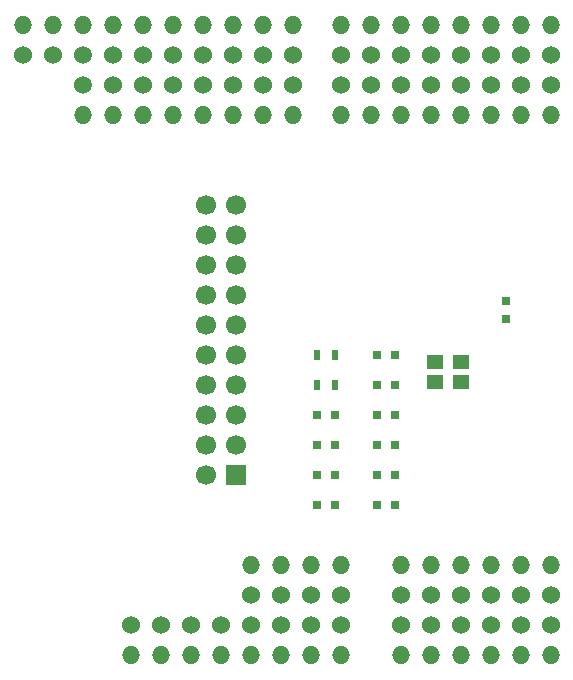
<source format=gbr>
G04 #@! TF.FileFunction,Soldermask,Bot*
%FSLAX46Y46*%
G04 Gerber Fmt 4.6, Leading zero omitted, Abs format (unit mm)*
G04 Created by KiCad (PCBNEW 4.0.6) date Tuesday 03. October 2017 15.24.42*
%MOMM*%
%LPD*%
G01*
G04 APERTURE LIST*
%ADD10C,0.100000*%
%ADD11O,1.524000X1.524000*%
%ADD12R,0.750000X0.800000*%
%ADD13R,0.800000X0.750000*%
%ADD14R,1.700000X1.700000*%
%ADD15C,1.700000*%
%ADD16R,0.500000X0.900000*%
%ADD17C,1.524000*%
%ADD18C,1.523000*%
%ADD19R,1.400000X1.200000*%
G04 APERTURE END LIST*
D10*
D11*
X168656000Y-73660000D03*
X166116000Y-73660000D03*
X163576000Y-73660000D03*
X161036000Y-73660000D03*
X158496000Y-73660000D03*
X155956000Y-73660000D03*
X153416000Y-73660000D03*
X150876000Y-73660000D03*
X148336000Y-73660000D03*
X145796000Y-73660000D03*
X154940000Y-127000000D03*
X157480000Y-127000000D03*
X160020000Y-127000000D03*
X162560000Y-127000000D03*
X165100000Y-127000000D03*
X167640000Y-127000000D03*
X170180000Y-127000000D03*
X172720000Y-127000000D03*
X190500000Y-73660000D03*
X187960000Y-73660000D03*
X185420000Y-73660000D03*
X182880000Y-73660000D03*
X180340000Y-73660000D03*
X177800000Y-73660000D03*
X175260000Y-73660000D03*
X172720000Y-73660000D03*
X168656000Y-81280000D03*
X166116000Y-81280000D03*
X163576000Y-81280000D03*
X161036000Y-81280000D03*
X158496000Y-81280000D03*
X155956000Y-81280000D03*
X153416000Y-81280000D03*
X150876000Y-81280000D03*
X190500000Y-81280000D03*
X187960000Y-81280000D03*
X185420000Y-81280000D03*
X182880000Y-81280000D03*
X180340000Y-81280000D03*
X177800000Y-81280000D03*
X175260000Y-81280000D03*
X172720000Y-81280000D03*
X177800000Y-127000000D03*
X180340000Y-127000000D03*
X182880000Y-127000000D03*
X185420000Y-127000000D03*
X187960000Y-127000000D03*
X190500000Y-127000000D03*
X165100000Y-119380000D03*
X167640000Y-119380000D03*
X170180000Y-119380000D03*
X172720000Y-119380000D03*
X177800000Y-119380000D03*
X180340000Y-119380000D03*
X182880000Y-119380000D03*
X185420000Y-119380000D03*
X187960000Y-119380000D03*
X190500000Y-119380000D03*
D12*
X186690000Y-98540000D03*
X186690000Y-97040000D03*
D13*
X177280000Y-114300000D03*
X175780000Y-114300000D03*
X177280000Y-111760000D03*
X175780000Y-111760000D03*
X177280000Y-109220000D03*
X175780000Y-109220000D03*
X177280000Y-106680000D03*
X175780000Y-106680000D03*
X177280000Y-104140000D03*
X175780000Y-104140000D03*
X177280000Y-101600000D03*
X175780000Y-101600000D03*
X172200000Y-114300000D03*
X170700000Y-114300000D03*
X172200000Y-111760000D03*
X170700000Y-111760000D03*
X172200000Y-109220000D03*
X170700000Y-109220000D03*
X172200000Y-106680000D03*
X170700000Y-106680000D03*
D14*
X163830000Y-111760000D03*
D15*
X161290000Y-111760000D03*
X163830000Y-109220000D03*
X161290000Y-109220000D03*
X163830000Y-106680000D03*
X161290000Y-106680000D03*
X163830000Y-104140000D03*
X161290000Y-104140000D03*
X163830000Y-101600000D03*
X161290000Y-101600000D03*
X163830000Y-99060000D03*
X161290000Y-99060000D03*
X163830000Y-96520000D03*
X161290000Y-96520000D03*
X163830000Y-93980000D03*
X161290000Y-93980000D03*
X163830000Y-91440000D03*
X161290000Y-91440000D03*
X163830000Y-88900000D03*
X161290000Y-88900000D03*
D16*
X170700000Y-104140000D03*
X172200000Y-104140000D03*
X172200000Y-101600000D03*
X170700000Y-101600000D03*
D17*
X165100000Y-121920000D03*
X167640000Y-121920000D03*
X170180000Y-121920000D03*
X172720000Y-121920000D03*
X182880000Y-121920000D03*
X180340000Y-121920000D03*
X177800000Y-121920000D03*
X185420000Y-121920000D03*
X187960000Y-121920000D03*
X190500000Y-121920000D03*
D18*
X150876000Y-78740000D03*
D17*
X153416000Y-78740000D03*
X155956000Y-78740000D03*
X158496000Y-78740000D03*
X161036000Y-78740000D03*
X163576000Y-78740000D03*
X166116000Y-78740000D03*
X168656000Y-78740000D03*
X172720000Y-78740000D03*
X175260000Y-78740000D03*
X177800000Y-78740000D03*
X180340000Y-78740000D03*
X182880000Y-78740000D03*
X185420000Y-78740000D03*
X187960000Y-78740000D03*
X190500000Y-78740000D03*
X190500000Y-124460000D03*
X187960000Y-124460000D03*
X185420000Y-124460000D03*
X177800000Y-124460000D03*
X180340000Y-124460000D03*
X182880000Y-124460000D03*
X172720000Y-124460000D03*
X170180000Y-124460000D03*
X167640000Y-124460000D03*
X162560000Y-124460000D03*
X160020000Y-124460000D03*
X190500000Y-76200000D03*
X187960000Y-76200000D03*
X185420000Y-76200000D03*
X182880000Y-76200000D03*
X180340000Y-76200000D03*
X177800000Y-76200000D03*
X175260000Y-76200000D03*
X172720000Y-76200000D03*
X168656000Y-76200000D03*
X166116000Y-76200000D03*
X163576000Y-76200000D03*
X161036000Y-76200000D03*
X158496000Y-76200000D03*
X155956000Y-76200000D03*
X153416000Y-76200000D03*
D18*
X150876000Y-76200000D03*
D17*
X165100000Y-124460000D03*
X148336000Y-76200000D03*
X145796000Y-76200000D03*
X157480000Y-124460000D03*
X154940000Y-124460000D03*
D19*
X182938600Y-103897800D03*
X180738600Y-103897800D03*
X180738600Y-102197800D03*
X182938600Y-102197800D03*
M02*

</source>
